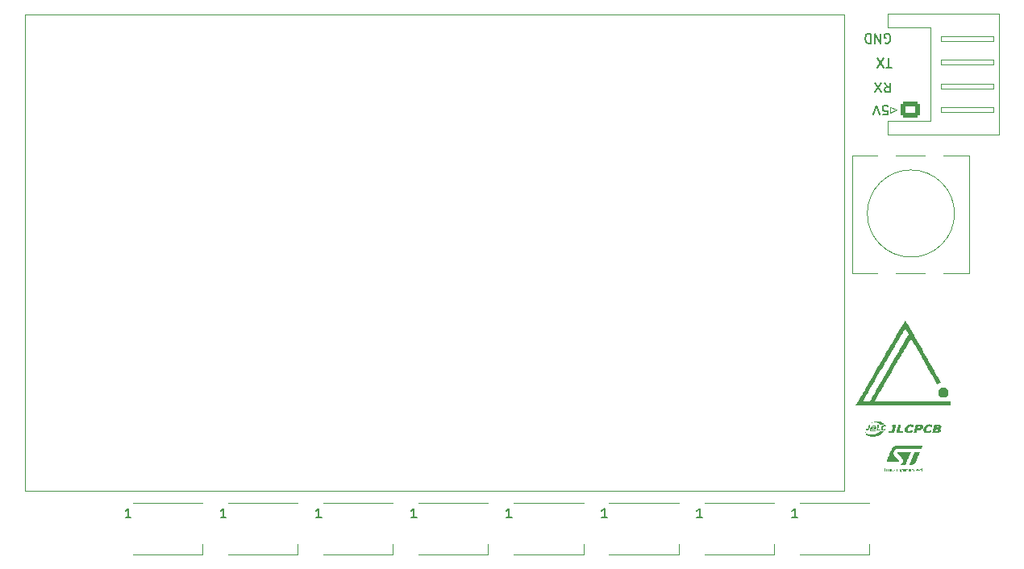
<source format=gbr>
%TF.GenerationSoftware,KiCad,Pcbnew,7.0.9*%
%TF.CreationDate,2025-01-19T18:06:07+09:00*%
%TF.ProjectId,06-UI,30362d55-492e-46b6-9963-61645f706362,rev?*%
%TF.SameCoordinates,Original*%
%TF.FileFunction,Legend,Top*%
%TF.FilePolarity,Positive*%
%FSLAX46Y46*%
G04 Gerber Fmt 4.6, Leading zero omitted, Abs format (unit mm)*
G04 Created by KiCad (PCBNEW 7.0.9) date 2025-01-19 18:06:07*
%MOMM*%
%LPD*%
G01*
G04 APERTURE LIST*
G04 Aperture macros list*
%AMRoundRect*
0 Rectangle with rounded corners*
0 $1 Rounding radius*
0 $2 $3 $4 $5 $6 $7 $8 $9 X,Y pos of 4 corners*
0 Add a 4 corners polygon primitive as box body*
4,1,4,$2,$3,$4,$5,$6,$7,$8,$9,$2,$3,0*
0 Add four circle primitives for the rounded corners*
1,1,$1+$1,$2,$3*
1,1,$1+$1,$4,$5*
1,1,$1+$1,$6,$7*
1,1,$1+$1,$8,$9*
0 Add four rect primitives between the rounded corners*
20,1,$1+$1,$2,$3,$4,$5,0*
20,1,$1+$1,$4,$5,$6,$7,0*
20,1,$1+$1,$6,$7,$8,$9,0*
20,1,$1+$1,$8,$9,$2,$3,0*%
G04 Aperture macros list end*
%ADD10C,0.200000*%
%ADD11C,0.150000*%
%ADD12C,0.120000*%
%ADD13C,0.100000*%
%ADD14O,1.950000X1.700000*%
%ADD15RoundRect,0.250000X0.725000X-0.600000X0.725000X0.600000X-0.725000X0.600000X-0.725000X-0.600000X0*%
%ADD16C,1.700000*%
%ADD17O,1.850000X3.048000*%
%ADD18O,1.600000X1.600000*%
%ADD19C,1.600000*%
%ADD20C,3.200000*%
%ADD21R,1.500000X0.900000*%
G04 APERTURE END LIST*
D10*
X140997183Y-58536780D02*
X140425755Y-58536780D01*
X140711469Y-57536780D02*
X140711469Y-58536780D01*
X140187659Y-58536780D02*
X139520993Y-57536780D01*
X139520993Y-58536780D02*
X140187659Y-57536780D01*
X140282898Y-60152980D02*
X140616231Y-60629171D01*
X140854326Y-60152980D02*
X140854326Y-61152980D01*
X140854326Y-61152980D02*
X140473374Y-61152980D01*
X140473374Y-61152980D02*
X140378136Y-61105361D01*
X140378136Y-61105361D02*
X140330517Y-61057742D01*
X140330517Y-61057742D02*
X140282898Y-60962504D01*
X140282898Y-60962504D02*
X140282898Y-60819647D01*
X140282898Y-60819647D02*
X140330517Y-60724409D01*
X140330517Y-60724409D02*
X140378136Y-60676790D01*
X140378136Y-60676790D02*
X140473374Y-60629171D01*
X140473374Y-60629171D02*
X140854326Y-60629171D01*
X139949564Y-61152980D02*
X139282898Y-60152980D01*
X139282898Y-61152980D02*
X139949564Y-60152980D01*
X140330517Y-55949161D02*
X140425755Y-55996780D01*
X140425755Y-55996780D02*
X140568612Y-55996780D01*
X140568612Y-55996780D02*
X140711469Y-55949161D01*
X140711469Y-55949161D02*
X140806707Y-55853923D01*
X140806707Y-55853923D02*
X140854326Y-55758685D01*
X140854326Y-55758685D02*
X140901945Y-55568209D01*
X140901945Y-55568209D02*
X140901945Y-55425352D01*
X140901945Y-55425352D02*
X140854326Y-55234876D01*
X140854326Y-55234876D02*
X140806707Y-55139638D01*
X140806707Y-55139638D02*
X140711469Y-55044400D01*
X140711469Y-55044400D02*
X140568612Y-54996780D01*
X140568612Y-54996780D02*
X140473374Y-54996780D01*
X140473374Y-54996780D02*
X140330517Y-55044400D01*
X140330517Y-55044400D02*
X140282898Y-55092019D01*
X140282898Y-55092019D02*
X140282898Y-55425352D01*
X140282898Y-55425352D02*
X140473374Y-55425352D01*
X139854326Y-54996780D02*
X139854326Y-55996780D01*
X139854326Y-55996780D02*
X139282898Y-54996780D01*
X139282898Y-54996780D02*
X139282898Y-55996780D01*
X138806707Y-54996780D02*
X138806707Y-55996780D01*
X138806707Y-55996780D02*
X138568612Y-55996780D01*
X138568612Y-55996780D02*
X138425755Y-55949161D01*
X138425755Y-55949161D02*
X138330517Y-55853923D01*
X138330517Y-55853923D02*
X138282898Y-55758685D01*
X138282898Y-55758685D02*
X138235279Y-55568209D01*
X138235279Y-55568209D02*
X138235279Y-55425352D01*
X138235279Y-55425352D02*
X138282898Y-55234876D01*
X138282898Y-55234876D02*
X138330517Y-55139638D01*
X138330517Y-55139638D02*
X138425755Y-55044400D01*
X138425755Y-55044400D02*
X138568612Y-54996780D01*
X138568612Y-54996780D02*
X138806707Y-54996780D01*
X140124136Y-63522380D02*
X140600326Y-63522380D01*
X140600326Y-63522380D02*
X140647945Y-63046190D01*
X140647945Y-63046190D02*
X140600326Y-63093809D01*
X140600326Y-63093809D02*
X140505088Y-63141428D01*
X140505088Y-63141428D02*
X140266993Y-63141428D01*
X140266993Y-63141428D02*
X140171755Y-63093809D01*
X140171755Y-63093809D02*
X140124136Y-63046190D01*
X140124136Y-63046190D02*
X140076517Y-62950952D01*
X140076517Y-62950952D02*
X140076517Y-62712857D01*
X140076517Y-62712857D02*
X140124136Y-62617619D01*
X140124136Y-62617619D02*
X140171755Y-62570000D01*
X140171755Y-62570000D02*
X140266993Y-62522380D01*
X140266993Y-62522380D02*
X140505088Y-62522380D01*
X140505088Y-62522380D02*
X140600326Y-62570000D01*
X140600326Y-62570000D02*
X140647945Y-62617619D01*
X139790802Y-63522380D02*
X139457469Y-62522380D01*
X139457469Y-62522380D02*
X139124136Y-63522380D01*
D11*
X131135714Y-105854819D02*
X130564286Y-105854819D01*
X130850000Y-105854819D02*
X130850000Y-104854819D01*
X130850000Y-104854819D02*
X130754762Y-104997676D01*
X130754762Y-104997676D02*
X130659524Y-105092914D01*
X130659524Y-105092914D02*
X130564286Y-105140533D01*
X121135714Y-105854819D02*
X120564286Y-105854819D01*
X120850000Y-105854819D02*
X120850000Y-104854819D01*
X120850000Y-104854819D02*
X120754762Y-104997676D01*
X120754762Y-104997676D02*
X120659524Y-105092914D01*
X120659524Y-105092914D02*
X120564286Y-105140533D01*
X111135714Y-105854819D02*
X110564286Y-105854819D01*
X110850000Y-105854819D02*
X110850000Y-104854819D01*
X110850000Y-104854819D02*
X110754762Y-104997676D01*
X110754762Y-104997676D02*
X110659524Y-105092914D01*
X110659524Y-105092914D02*
X110564286Y-105140533D01*
X101135714Y-105854819D02*
X100564286Y-105854819D01*
X100850000Y-105854819D02*
X100850000Y-104854819D01*
X100850000Y-104854819D02*
X100754762Y-104997676D01*
X100754762Y-104997676D02*
X100659524Y-105092914D01*
X100659524Y-105092914D02*
X100564286Y-105140533D01*
X91135714Y-105854819D02*
X90564286Y-105854819D01*
X90850000Y-105854819D02*
X90850000Y-104854819D01*
X90850000Y-104854819D02*
X90754762Y-104997676D01*
X90754762Y-104997676D02*
X90659524Y-105092914D01*
X90659524Y-105092914D02*
X90564286Y-105140533D01*
X81135714Y-105854819D02*
X80564286Y-105854819D01*
X80850000Y-105854819D02*
X80850000Y-104854819D01*
X80850000Y-104854819D02*
X80754762Y-104997676D01*
X80754762Y-104997676D02*
X80659524Y-105092914D01*
X80659524Y-105092914D02*
X80564286Y-105140533D01*
X71135714Y-105854819D02*
X70564286Y-105854819D01*
X70850000Y-105854819D02*
X70850000Y-104854819D01*
X70850000Y-104854819D02*
X70754762Y-104997676D01*
X70754762Y-104997676D02*
X70659524Y-105092914D01*
X70659524Y-105092914D02*
X70564286Y-105140533D01*
X61135714Y-105854819D02*
X60564286Y-105854819D01*
X60850000Y-105854819D02*
X60850000Y-104854819D01*
X60850000Y-104854819D02*
X60754762Y-104997676D01*
X60754762Y-104997676D02*
X60659524Y-105092914D01*
X60659524Y-105092914D02*
X60564286Y-105140533D01*
%TO.C,G\u002A\u002A\u002A*%
G36*
X140490032Y-100625375D02*
G01*
X140491576Y-100634452D01*
X140477857Y-100660575D01*
X140469829Y-100664898D01*
X140452368Y-100656823D01*
X140448083Y-100634452D01*
X140456099Y-100606859D01*
X140469829Y-100604007D01*
X140490032Y-100625375D01*
G37*
G36*
X141190605Y-100907068D02*
G01*
X141218561Y-100930603D01*
X141227334Y-100964069D01*
X141225186Y-100972350D01*
X141201234Y-100994186D01*
X141164695Y-100999561D01*
X141138174Y-100988197D01*
X141126380Y-100955901D01*
X141136901Y-100920947D01*
X141155760Y-100905332D01*
X141190605Y-100907068D01*
G37*
G36*
X140493598Y-100716967D02*
G01*
X140498797Y-100745460D01*
X140500228Y-100799274D01*
X140500274Y-100822751D01*
X140502328Y-100891956D01*
X140509334Y-100932924D01*
X140522558Y-100952019D01*
X140526370Y-100953894D01*
X140551565Y-100970880D01*
X140546161Y-100986882D01*
X140514201Y-100997635D01*
X140482877Y-100999795D01*
X140434490Y-100995486D01*
X140414551Y-100981201D01*
X140413288Y-100973699D01*
X140427214Y-100950634D01*
X140439384Y-100947603D01*
X140455121Y-100939013D01*
X140463224Y-100908870D01*
X140465480Y-100851918D01*
X140463349Y-100794958D01*
X140455587Y-100765467D01*
X140440138Y-100756306D01*
X140437934Y-100756233D01*
X140417500Y-100748075D01*
X140420706Y-100730331D01*
X140442496Y-100713094D01*
X140462493Y-100707181D01*
X140482280Y-100706604D01*
X140493598Y-100716967D01*
G37*
G36*
X141917986Y-100720364D02*
G01*
X141924009Y-100765120D01*
X141926759Y-100831992D01*
X141926850Y-100848182D01*
X141926850Y-100992323D01*
X141833996Y-100996208D01*
X141771722Y-100995324D01*
X141732810Y-100984553D01*
X141712216Y-100968129D01*
X141698520Y-100938282D01*
X141688658Y-100889575D01*
X141683067Y-100831990D01*
X141682181Y-100775504D01*
X141686437Y-100730099D01*
X141696270Y-100705754D01*
X141700685Y-100704041D01*
X141710296Y-100719754D01*
X141716615Y-100760211D01*
X141718083Y-100797799D01*
X141726041Y-100876352D01*
X141748434Y-100930926D01*
X141783042Y-100958058D01*
X141820193Y-100957023D01*
X141860896Y-100926207D01*
X141884847Y-100864964D01*
X141892055Y-100781197D01*
X141895558Y-100734902D01*
X141904408Y-100707369D01*
X141909452Y-100704041D01*
X141917986Y-100720364D01*
G37*
G36*
X143284637Y-100711160D02*
G01*
X143331252Y-100731589D01*
X143358214Y-100773818D01*
X143369643Y-100842558D01*
X143370822Y-100886713D01*
X143367865Y-100955579D01*
X143360428Y-100991350D01*
X143350661Y-100993668D01*
X143340717Y-100962175D01*
X143332745Y-100896516D01*
X143332490Y-100893073D01*
X143323809Y-100823334D01*
X143308654Y-100780738D01*
X143292280Y-100762594D01*
X143256912Y-100742135D01*
X143229017Y-100746230D01*
X143196850Y-100773630D01*
X143174350Y-100807156D01*
X143163848Y-100856144D01*
X143162055Y-100904110D01*
X143159195Y-100956510D01*
X143151818Y-100991265D01*
X143144658Y-100999795D01*
X143136124Y-100983473D01*
X143130101Y-100938720D01*
X143127351Y-100871855D01*
X143127261Y-100855701D01*
X143127261Y-100711608D01*
X143214246Y-100707823D01*
X143284637Y-100711160D01*
G37*
G36*
X140303049Y-100618223D02*
G01*
X140315773Y-100626097D01*
X140322726Y-100647230D01*
X140325651Y-100688179D01*
X140326293Y-100755496D01*
X140326302Y-100780468D01*
X140327380Y-100860082D01*
X140331272Y-100911248D01*
X140338963Y-100940263D01*
X140351437Y-100953427D01*
X140353500Y-100954318D01*
X140373202Y-100969851D01*
X140364157Y-100985678D01*
X140332046Y-100997042D01*
X140299179Y-100999795D01*
X140254552Y-100993933D01*
X140239367Y-100975333D01*
X140239316Y-100973699D01*
X140253241Y-100950634D01*
X140265411Y-100947603D01*
X140278458Y-100941290D01*
X140286443Y-100918308D01*
X140290436Y-100872598D01*
X140291507Y-100799726D01*
X140290393Y-100725796D01*
X140286338Y-100680548D01*
X140278271Y-100657920D01*
X140265411Y-100651850D01*
X140242260Y-100642456D01*
X140239316Y-100634452D01*
X140254204Y-100621374D01*
X140282809Y-100617055D01*
X140303049Y-100618223D01*
G37*
G36*
X143505681Y-100631943D02*
G01*
X143510000Y-100660548D01*
X143518155Y-100694654D01*
X143544795Y-100704041D01*
X143573131Y-100714919D01*
X143579589Y-100730137D01*
X143565085Y-100751390D01*
X143544795Y-100756233D01*
X143526509Y-100759519D01*
X143516034Y-100774335D01*
X143511243Y-100808123D01*
X143510010Y-100868320D01*
X143510000Y-100878014D01*
X143507702Y-100940485D01*
X143501541Y-100983651D01*
X143492620Y-100999795D01*
X143492603Y-100999795D01*
X143483641Y-100983729D01*
X143477461Y-100940779D01*
X143475206Y-100880043D01*
X143474097Y-100816043D01*
X143469230Y-100778626D01*
X143458293Y-100759611D01*
X143438972Y-100750816D01*
X143438661Y-100750735D01*
X143415187Y-100734575D01*
X143419088Y-100714717D01*
X143447184Y-100704104D01*
X143450137Y-100704041D01*
X143470021Y-100688886D01*
X143475206Y-100660548D01*
X143481161Y-100627853D01*
X143492603Y-100617055D01*
X143505681Y-100631943D01*
G37*
G36*
X140714196Y-100615250D02*
G01*
X140720933Y-100636960D01*
X140699408Y-100661576D01*
X140678455Y-100684930D01*
X140687295Y-100697885D01*
X140705143Y-100717008D01*
X140707751Y-100742116D01*
X140693845Y-100756104D01*
X140691644Y-100756233D01*
X140682117Y-100771963D01*
X140675798Y-100812540D01*
X140674247Y-100851918D01*
X140677107Y-100904318D01*
X140684485Y-100939074D01*
X140691644Y-100947603D01*
X140707079Y-100961694D01*
X140709042Y-100973699D01*
X140695838Y-100993000D01*
X140653697Y-100999748D01*
X140648151Y-100999795D01*
X140603116Y-100994136D01*
X140587371Y-100976076D01*
X140587261Y-100973699D01*
X140596655Y-100950547D01*
X140604658Y-100947603D01*
X140614185Y-100931873D01*
X140620504Y-100891297D01*
X140622055Y-100851918D01*
X140619195Y-100799518D01*
X140611818Y-100764763D01*
X140604658Y-100756233D01*
X140588561Y-100744561D01*
X140594251Y-100716007D01*
X140609007Y-100693362D01*
X140653036Y-100641778D01*
X140682190Y-100614661D01*
X140701730Y-100608103D01*
X140714196Y-100615250D01*
G37*
G36*
X142772707Y-98967671D02*
G01*
X142865368Y-98968945D01*
X142933899Y-98971098D01*
X142980966Y-98974197D01*
X143009233Y-98978309D01*
X143021365Y-98983500D01*
X143022299Y-98985865D01*
X143015700Y-99006266D01*
X142997117Y-99055223D01*
X142967977Y-99129186D01*
X142929705Y-99224605D01*
X142883730Y-99337930D01*
X142831478Y-99465612D01*
X142774376Y-99604099D01*
X142754735Y-99651507D01*
X142487751Y-100295206D01*
X142195391Y-100299990D01*
X141903030Y-100304775D01*
X141974038Y-100253337D01*
X142074309Y-100162292D01*
X142142740Y-100057313D01*
X142179564Y-99937964D01*
X142186663Y-99851576D01*
X142184442Y-99792855D01*
X142175384Y-99740150D01*
X142156649Y-99689184D01*
X142125400Y-99635678D01*
X142078798Y-99575356D01*
X142014004Y-99503940D01*
X141928181Y-99417153D01*
X141844123Y-99335370D01*
X141570206Y-99071425D01*
X141596964Y-99022219D01*
X141623723Y-98973014D01*
X142323300Y-98968467D01*
X142504338Y-98967499D01*
X142653252Y-98967211D01*
X142772707Y-98967671D01*
G37*
G36*
X140922795Y-100711128D02*
G01*
X140991514Y-100740081D01*
X141036143Y-100793881D01*
X141049077Y-100830172D01*
X141060759Y-100878014D01*
X140937092Y-100878014D01*
X140864635Y-100880622D01*
X140825249Y-100889192D01*
X140817549Y-100904846D01*
X140840151Y-100928704D01*
X140858556Y-100941577D01*
X140890537Y-100959553D01*
X140916876Y-100960518D01*
X140953846Y-100944099D01*
X140963044Y-100939183D01*
X141008970Y-100919008D01*
X141031089Y-100918759D01*
X141026764Y-100936834D01*
X141002665Y-100963251D01*
X140945734Y-100994709D01*
X140881298Y-100997359D01*
X140820831Y-100971557D01*
X140803936Y-100957092D01*
X140767056Y-100899820D01*
X140763736Y-100838118D01*
X140777115Y-100810444D01*
X140817916Y-100810444D01*
X140847896Y-100821776D01*
X140908564Y-100825822D01*
X140963433Y-100824139D01*
X140990131Y-100817748D01*
X140995177Y-100804639D01*
X140993631Y-100799576D01*
X140966830Y-100772787D01*
X140921004Y-100760551D01*
X140869892Y-100765710D01*
X140855635Y-100771049D01*
X140820083Y-100793108D01*
X140817916Y-100810444D01*
X140777115Y-100810444D01*
X140793778Y-100775979D01*
X140814122Y-100752860D01*
X140853553Y-100718953D01*
X140887662Y-100707566D01*
X140922795Y-100711128D01*
G37*
G36*
X141597545Y-100718873D02*
G01*
X141608410Y-100762934D01*
X141613483Y-100831731D01*
X141613699Y-100851918D01*
X141610193Y-100927387D01*
X141600438Y-100977472D01*
X141585573Y-100999297D01*
X141566741Y-100989989D01*
X141561737Y-100982769D01*
X141545737Y-100971199D01*
X141536559Y-100980540D01*
X141512891Y-100992984D01*
X141469299Y-100999510D01*
X141457643Y-100999795D01*
X141404416Y-100992902D01*
X141364032Y-100966425D01*
X141345588Y-100946268D01*
X141308501Y-100884771D01*
X141306518Y-100844823D01*
X141353206Y-100844823D01*
X141365429Y-100895534D01*
X141396518Y-100938738D01*
X141440270Y-100963056D01*
X141457124Y-100965000D01*
X141494996Y-100953193D01*
X141526713Y-100930206D01*
X141558800Y-100878507D01*
X141558316Y-100825694D01*
X141526512Y-100778830D01*
X141496268Y-100758226D01*
X141446945Y-100749871D01*
X141396630Y-100768077D01*
X141366055Y-100797981D01*
X141353206Y-100844823D01*
X141306518Y-100844823D01*
X141305639Y-100827102D01*
X141337091Y-100770358D01*
X141351402Y-100754895D01*
X141409412Y-100715458D01*
X141471549Y-100703889D01*
X141526254Y-100720787D01*
X141554573Y-100726429D01*
X141563452Y-100718291D01*
X141582142Y-100702881D01*
X141597545Y-100718873D01*
G37*
G36*
X142981400Y-100717749D02*
G01*
X143032377Y-100752799D01*
X143066607Y-100800085D01*
X143075069Y-100836893D01*
X143073000Y-100858293D01*
X143061779Y-100870594D01*
X143033883Y-100876307D01*
X142981790Y-100877940D01*
X142951838Y-100878014D01*
X142880001Y-100881099D01*
X142841860Y-100890782D01*
X142836827Y-100907701D01*
X142864319Y-100932498D01*
X142888545Y-100947189D01*
X142921227Y-100962032D01*
X142947921Y-100958973D01*
X142984247Y-100935782D01*
X142988051Y-100932980D01*
X143032516Y-100905970D01*
X143059868Y-100899935D01*
X143065700Y-100913021D01*
X143045604Y-100943376D01*
X143036222Y-100953237D01*
X142976435Y-100991825D01*
X142910544Y-101000071D01*
X142847639Y-100977811D01*
X142822018Y-100957092D01*
X142786494Y-100900905D01*
X142779152Y-100839437D01*
X142787791Y-100810555D01*
X142831507Y-100810555D01*
X142847240Y-100818917D01*
X142887823Y-100824462D01*
X142927192Y-100825822D01*
X142979597Y-100823312D01*
X143014352Y-100816837D01*
X143022877Y-100810555D01*
X143007735Y-100783028D01*
X142971101Y-100760777D01*
X142927192Y-100751884D01*
X142882299Y-100761169D01*
X142846011Y-100783631D01*
X142831507Y-100810555D01*
X142787791Y-100810555D01*
X142796604Y-100781094D01*
X142835462Y-100734279D01*
X142892337Y-100707399D01*
X142924029Y-100704041D01*
X142981400Y-100717749D01*
G37*
G36*
X144226535Y-100622672D02*
G01*
X144234295Y-100643276D01*
X144238676Y-100684496D01*
X144240489Y-100751961D01*
X144240685Y-100798700D01*
X144238806Y-100889722D01*
X144233395Y-100954042D01*
X144224797Y-100988229D01*
X144221343Y-100992298D01*
X144196614Y-100991975D01*
X144190439Y-100985545D01*
X144168038Y-100976501D01*
X144153240Y-100983050D01*
X144094686Y-101001209D01*
X144032485Y-100990162D01*
X143977809Y-100952182D01*
X143972574Y-100946268D01*
X143935487Y-100884771D01*
X143934718Y-100869261D01*
X143980954Y-100869261D01*
X144003982Y-100918426D01*
X144014521Y-100930206D01*
X144052394Y-100956271D01*
X144084110Y-100965000D01*
X144121983Y-100953193D01*
X144153699Y-100930206D01*
X144184306Y-100879474D01*
X144181866Y-100826536D01*
X144146891Y-100778371D01*
X144142267Y-100774588D01*
X144091554Y-100750942D01*
X144044543Y-100755314D01*
X144006758Y-100780977D01*
X143983720Y-100821202D01*
X143980954Y-100869261D01*
X143934718Y-100869261D01*
X143932626Y-100827102D01*
X143964078Y-100770358D01*
X143978388Y-100754895D01*
X144039653Y-100713460D01*
X144105052Y-100705482D01*
X144154843Y-100722051D01*
X144177184Y-100730292D01*
X144186597Y-100717595D01*
X144188494Y-100678558D01*
X144194037Y-100633280D01*
X144211786Y-100617210D01*
X144214589Y-100617055D01*
X144226535Y-100622672D01*
G37*
G36*
X143809319Y-100718514D02*
G01*
X143857786Y-100755401D01*
X143887862Y-100804907D01*
X143892740Y-100833730D01*
X143891053Y-100856818D01*
X143880948Y-100870054D01*
X143854858Y-100876178D01*
X143805217Y-100877925D01*
X143770347Y-100878014D01*
X143706995Y-100878651D01*
X143672097Y-100881921D01*
X143659319Y-100889865D01*
X143662327Y-100904521D01*
X143665945Y-100911630D01*
X143702315Y-100949865D01*
X143750687Y-100957194D01*
X143805774Y-100932903D01*
X143808607Y-100930848D01*
X143852269Y-100904686D01*
X143878417Y-100900049D01*
X143882600Y-100914736D01*
X143860363Y-100946543D01*
X143853893Y-100953237D01*
X143799425Y-100988260D01*
X143736940Y-100999928D01*
X143679379Y-100986579D01*
X143665068Y-100977495D01*
X143623957Y-100929143D01*
X143599731Y-100868198D01*
X143596987Y-100843025D01*
X143606486Y-100814308D01*
X143660099Y-100814308D01*
X143678175Y-100822664D01*
X143721760Y-100825644D01*
X143745409Y-100825822D01*
X143797640Y-100823013D01*
X143832197Y-100815770D01*
X143840548Y-100808826D01*
X143827444Y-100787830D01*
X143799403Y-100764871D01*
X143751432Y-100749680D01*
X143702591Y-100758095D01*
X143666771Y-100786759D01*
X143660796Y-100798394D01*
X143660099Y-100814308D01*
X143606486Y-100814308D01*
X143612004Y-100797626D01*
X143649862Y-100752924D01*
X143699766Y-100718534D01*
X143750923Y-100704070D01*
X143753015Y-100704041D01*
X143809319Y-100718514D01*
G37*
G36*
X143792925Y-98963934D02*
G01*
X143866060Y-98966613D01*
X143922930Y-98971227D01*
X143956419Y-98977820D01*
X143962329Y-98982704D01*
X143955907Y-99002663D01*
X143937679Y-99050845D01*
X143909202Y-99123346D01*
X143872034Y-99216265D01*
X143827733Y-99325697D01*
X143777855Y-99447739D01*
X143741909Y-99535067D01*
X143681449Y-99681188D01*
X143632222Y-99798889D01*
X143592335Y-99891973D01*
X143559893Y-99964243D01*
X143533003Y-100019502D01*
X143509772Y-100061553D01*
X143488306Y-100094200D01*
X143466712Y-100121246D01*
X143443095Y-100146494D01*
X143431933Y-100157660D01*
X143353549Y-100224271D01*
X143271727Y-100268596D01*
X143177404Y-100293929D01*
X143061519Y-100303563D01*
X143029503Y-100303904D01*
X142962437Y-100302431D01*
X142909952Y-100298509D01*
X142880759Y-100292889D01*
X142877761Y-100290856D01*
X142882756Y-100273155D01*
X142899481Y-100227522D01*
X142926235Y-100158124D01*
X142961314Y-100069128D01*
X143003017Y-99964699D01*
X143049640Y-99849004D01*
X143099481Y-99726208D01*
X143150837Y-99600477D01*
X143202007Y-99475977D01*
X143251286Y-99356876D01*
X143296974Y-99247337D01*
X143337367Y-99151529D01*
X143370763Y-99073615D01*
X143395459Y-99017764D01*
X143409753Y-98988140D01*
X143410993Y-98986062D01*
X143432301Y-98978043D01*
X143480034Y-98971698D01*
X143547079Y-98967072D01*
X143626319Y-98964206D01*
X143710640Y-98963146D01*
X143792925Y-98963934D01*
G37*
G36*
X142649751Y-100709589D02*
G01*
X142696649Y-100737238D01*
X142709233Y-100750858D01*
X142732033Y-100789044D01*
X142741377Y-100835147D01*
X142740941Y-100893011D01*
X142733131Y-100959335D01*
X142720862Y-100993732D01*
X142707637Y-100995835D01*
X142696961Y-100965278D01*
X142692339Y-100901694D01*
X142692329Y-100898104D01*
X142687521Y-100822135D01*
X142672570Y-100775864D01*
X142664991Y-100766174D01*
X142639036Y-100743649D01*
X142616838Y-100742454D01*
X142586802Y-100756845D01*
X142567955Y-100772851D01*
X142557640Y-100801235D01*
X142553565Y-100850881D01*
X142553151Y-100887325D01*
X142551392Y-100950559D01*
X142545112Y-100985626D01*
X142532801Y-100999022D01*
X142527055Y-100999795D01*
X142512383Y-100992215D01*
X142504247Y-100965146D01*
X142501139Y-100912090D01*
X142500959Y-100887325D01*
X142499188Y-100823387D01*
X142492347Y-100785249D01*
X142478146Y-100764028D01*
X142467309Y-100756845D01*
X142433730Y-100741423D01*
X142412102Y-100745457D01*
X142389120Y-100766174D01*
X142370300Y-100803958D01*
X142362218Y-100870719D01*
X142361781Y-100896654D01*
X142359112Y-100951746D01*
X142352154Y-100989042D01*
X142344384Y-100999795D01*
X142335852Y-100983472D01*
X142329829Y-100938714D01*
X142327078Y-100871835D01*
X142326987Y-100855615D01*
X142326987Y-100711435D01*
X142399243Y-100708554D01*
X142453818Y-100711001D01*
X142498320Y-100720685D01*
X142505494Y-100723866D01*
X142541571Y-100732692D01*
X142558498Y-100723050D01*
X142599443Y-100704074D01*
X142649751Y-100709589D01*
G37*
G36*
X142255819Y-100720460D02*
G01*
X142266735Y-100757255D01*
X142273590Y-100809114D01*
X142275698Y-100869479D01*
X142272375Y-100931793D01*
X142262933Y-100989498D01*
X142255568Y-101014963D01*
X142220664Y-101070215D01*
X142168456Y-101100606D01*
X142107453Y-101104609D01*
X142046160Y-101080697D01*
X142017889Y-101057621D01*
X141992045Y-101022028D01*
X141993737Y-101002231D01*
X142017164Y-101004062D01*
X142049061Y-101026280D01*
X142095942Y-101051009D01*
X142147943Y-101053591D01*
X142190943Y-101034172D01*
X142199500Y-101024740D01*
X142220124Y-100988918D01*
X142216470Y-100973601D01*
X142189237Y-100981633D01*
X142188952Y-100981785D01*
X142126249Y-100999852D01*
X142068526Y-100990175D01*
X142020360Y-100959165D01*
X141986328Y-100913229D01*
X141973694Y-100868320D01*
X142016850Y-100868320D01*
X142038550Y-100916822D01*
X142069999Y-100943598D01*
X142119430Y-100961413D01*
X142156098Y-100955390D01*
X142188863Y-100929152D01*
X142216684Y-100880414D01*
X142213129Y-100827435D01*
X142179310Y-100778426D01*
X142167058Y-100768348D01*
X142132903Y-100745964D01*
X142108039Y-100744601D01*
X142074790Y-100763290D01*
X142074787Y-100763292D01*
X142039289Y-100792278D01*
X142019723Y-100818176D01*
X142016850Y-100868320D01*
X141973694Y-100868320D01*
X141971009Y-100858775D01*
X141978979Y-100802213D01*
X142014816Y-100749952D01*
X142020025Y-100745280D01*
X142077828Y-100712870D01*
X142139786Y-100705377D01*
X142187349Y-100720787D01*
X142215669Y-100726429D01*
X142224548Y-100718291D01*
X142241529Y-100705286D01*
X142255819Y-100720460D01*
G37*
G36*
X143019264Y-98304021D02*
G01*
X143228349Y-98304361D01*
X143424694Y-98304981D01*
X143605702Y-98305857D01*
X143768778Y-98306968D01*
X143911326Y-98308291D01*
X144030748Y-98309805D01*
X144124450Y-98311486D01*
X144189835Y-98313313D01*
X144224307Y-98315263D01*
X144229134Y-98316267D01*
X144226943Y-98337796D01*
X144213987Y-98381112D01*
X144194066Y-98436405D01*
X144170983Y-98493864D01*
X144148539Y-98543678D01*
X144130534Y-98576035D01*
X144126645Y-98580794D01*
X144105660Y-98584410D01*
X144050772Y-98587774D01*
X143962871Y-98590870D01*
X143842849Y-98593684D01*
X143691596Y-98596201D01*
X143510002Y-98598406D01*
X143298958Y-98600283D01*
X143059356Y-98601818D01*
X142822376Y-98602885D01*
X142580192Y-98603797D01*
X142370337Y-98604658D01*
X142190346Y-98605546D01*
X142037755Y-98606538D01*
X141910098Y-98607712D01*
X141804911Y-98609147D01*
X141719729Y-98610919D01*
X141652086Y-98613108D01*
X141599517Y-98615790D01*
X141559559Y-98619044D01*
X141529745Y-98622947D01*
X141507611Y-98627578D01*
X141490692Y-98633014D01*
X141476522Y-98639333D01*
X141464175Y-98645790D01*
X141382019Y-98704469D01*
X141308189Y-98783579D01*
X141255053Y-98869685D01*
X141252241Y-98876064D01*
X141231123Y-98956160D01*
X141224872Y-99052755D01*
X141233423Y-99150920D01*
X141253765Y-99228386D01*
X141269809Y-99261864D01*
X141295043Y-99299450D01*
X141332853Y-99344945D01*
X141386625Y-99402150D01*
X141459746Y-99474867D01*
X141553775Y-99565161D01*
X141650119Y-99657716D01*
X141722728Y-99730400D01*
X141773878Y-99786451D01*
X141805847Y-99829109D01*
X141820911Y-99861611D01*
X141821345Y-99887196D01*
X141809428Y-99909103D01*
X141801589Y-99917685D01*
X141786064Y-99923450D01*
X141750563Y-99928167D01*
X141692759Y-99931907D01*
X141610326Y-99934740D01*
X141500938Y-99936740D01*
X141362268Y-99937976D01*
X141191990Y-99938521D01*
X141121067Y-99938562D01*
X140952089Y-99938482D01*
X140814713Y-99938144D01*
X140705745Y-99937397D01*
X140621993Y-99936092D01*
X140560265Y-99934080D01*
X140517367Y-99931212D01*
X140490107Y-99927338D01*
X140475292Y-99922309D01*
X140469730Y-99915976D01*
X140470227Y-99908189D01*
X140470248Y-99908117D01*
X140482078Y-99874788D01*
X140505651Y-99814608D01*
X140539168Y-99731805D01*
X140580834Y-99630606D01*
X140628854Y-99515241D01*
X140681429Y-99389936D01*
X140736766Y-99258919D01*
X140793066Y-99126418D01*
X140848535Y-98996661D01*
X140901376Y-98873875D01*
X140949792Y-98762289D01*
X140991989Y-98666130D01*
X141026168Y-98589626D01*
X141050535Y-98537005D01*
X141062985Y-98512947D01*
X141122734Y-98445125D01*
X141204300Y-98382711D01*
X141294936Y-98335127D01*
X141312691Y-98328340D01*
X141330779Y-98323939D01*
X141360165Y-98320084D01*
X141402941Y-98316741D01*
X141461200Y-98313875D01*
X141537033Y-98311452D01*
X141632532Y-98309438D01*
X141749790Y-98307799D01*
X141890899Y-98306500D01*
X142057949Y-98305507D01*
X142253034Y-98304786D01*
X142478245Y-98304303D01*
X142735675Y-98304023D01*
X142800035Y-98303983D01*
X143019264Y-98304021D01*
G37*
G36*
X139716161Y-95716662D02*
G01*
X139814465Y-95738836D01*
X139911604Y-95775245D01*
X139947692Y-95791963D01*
X139993055Y-95818581D01*
X140046049Y-95856747D01*
X140100900Y-95901339D01*
X140151834Y-95947238D01*
X140193079Y-95989324D01*
X140218860Y-96022478D01*
X140224615Y-96037531D01*
X140218294Y-96046097D01*
X140196678Y-96052057D01*
X140155786Y-96055798D01*
X140091639Y-96057708D01*
X140012488Y-96058182D01*
X139800361Y-96058182D01*
X139743536Y-95990159D01*
X139676552Y-95924731D01*
X139598247Y-95878002D01*
X139503421Y-95847870D01*
X139386873Y-95832227D01*
X139348205Y-95830097D01*
X139206992Y-95830418D01*
X139074025Y-95844778D01*
X138936249Y-95874969D01*
X138859454Y-95897184D01*
X138799037Y-95914661D01*
X138766987Y-95921173D01*
X138763038Y-95917019D01*
X138786919Y-95902500D01*
X138838364Y-95877915D01*
X138901538Y-95850192D01*
X139042856Y-95793924D01*
X139168954Y-95753724D01*
X139289288Y-95727266D01*
X139413312Y-95712227D01*
X139478461Y-95708314D01*
X139607292Y-95707046D01*
X139716161Y-95716662D01*
G37*
G36*
X138692881Y-96104361D02*
G01*
X138694882Y-96104364D01*
X138742026Y-96108140D01*
X138761984Y-96120026D01*
X138763076Y-96125338D01*
X138759364Y-96161486D01*
X138749398Y-96218394D01*
X138734937Y-96288543D01*
X138717741Y-96364411D01*
X138699568Y-96438482D01*
X138682176Y-96503235D01*
X138667324Y-96551151D01*
X138658589Y-96572078D01*
X138609221Y-96627862D01*
X138541318Y-96664700D01*
X138462677Y-96679572D01*
X138396687Y-96673493D01*
X138357419Y-96658201D01*
X138316911Y-96633019D01*
X138284826Y-96605091D01*
X138270823Y-96581558D01*
X138270769Y-96580404D01*
X138282515Y-96565690D01*
X138311553Y-96543516D01*
X138319486Y-96538341D01*
X138368203Y-96507477D01*
X138410037Y-96538425D01*
X138456925Y-96559271D01*
X138499674Y-96553532D01*
X138531150Y-96522164D01*
X138539721Y-96496751D01*
X138551956Y-96448455D01*
X138566085Y-96384700D01*
X138577681Y-96326934D01*
X138594168Y-96240782D01*
X138606692Y-96180256D01*
X138617625Y-96140850D01*
X138629339Y-96118061D01*
X138644205Y-96107386D01*
X138664595Y-96104321D01*
X138692881Y-96104361D01*
G37*
G36*
X139647407Y-96104922D02*
G01*
X139668534Y-96109424D01*
X139680817Y-96122108D01*
X139684772Y-96147215D01*
X139680913Y-96188984D01*
X139669756Y-96251654D01*
X139651815Y-96339467D01*
X139647814Y-96358707D01*
X139633104Y-96429699D01*
X139620985Y-96488666D01*
X139612668Y-96529679D01*
X139609364Y-96546808D01*
X139609352Y-96546940D01*
X139623424Y-96548776D01*
X139660770Y-96550136D01*
X139713896Y-96550770D01*
X139725098Y-96550788D01*
X139792084Y-96552808D01*
X139832492Y-96560772D01*
X139850360Y-96577536D01*
X139849723Y-96605957D01*
X139841008Y-96632800D01*
X139825376Y-96673940D01*
X139641288Y-96673940D01*
X139569128Y-96672862D01*
X139508773Y-96669930D01*
X139466546Y-96665589D01*
X139448773Y-96660295D01*
X139448951Y-96641453D01*
X139454661Y-96597618D01*
X139465072Y-96533924D01*
X139479355Y-96455500D01*
X139494018Y-96380598D01*
X139511366Y-96294334D01*
X139526378Y-96219158D01*
X139538079Y-96160003D01*
X139545491Y-96121802D01*
X139547692Y-96109454D01*
X139561456Y-96106417D01*
X139596279Y-96104596D01*
X139616923Y-96104364D01*
X139647407Y-96104922D01*
G37*
G36*
X140327922Y-96097672D02*
G01*
X140398554Y-96125057D01*
X140416871Y-96137862D01*
X140457447Y-96169798D01*
X140415144Y-96213979D01*
X140386294Y-96241477D01*
X140366200Y-96248745D01*
X140343537Y-96238877D01*
X140337731Y-96235141D01*
X140279689Y-96213788D01*
X140218358Y-96219056D01*
X140160583Y-96248494D01*
X140113213Y-96299652D01*
X140101689Y-96319583D01*
X140074906Y-96394894D01*
X140073968Y-96462184D01*
X140098741Y-96517372D01*
X140108531Y-96528397D01*
X140155931Y-96559704D01*
X140209246Y-96562388D01*
X140260989Y-96542996D01*
X140303562Y-96524127D01*
X140330939Y-96523571D01*
X140352954Y-96541732D01*
X140357045Y-96546940D01*
X140375422Y-96580044D01*
X140368899Y-96605457D01*
X140335231Y-96631271D01*
X140333310Y-96632413D01*
X140265309Y-96660269D01*
X140184849Y-96675415D01*
X140108666Y-96674867D01*
X140101538Y-96673768D01*
X140023931Y-96646953D01*
X139966327Y-96598624D01*
X139930412Y-96532010D01*
X139917874Y-96450335D01*
X139930401Y-96356826D01*
X139932230Y-96350031D01*
X139967406Y-96270374D01*
X140022205Y-96202554D01*
X140091142Y-96148973D01*
X140168730Y-96112031D01*
X140249485Y-96094130D01*
X140327922Y-96097672D01*
G37*
G36*
X140167792Y-96767665D02*
G01*
X140126012Y-96827102D01*
X140066671Y-96895996D01*
X139997530Y-96966309D01*
X139926346Y-97030004D01*
X139879547Y-97066283D01*
X139735679Y-97155179D01*
X139576964Y-97228917D01*
X139409556Y-97285951D01*
X139239612Y-97324735D01*
X139073287Y-97343719D01*
X138916736Y-97341358D01*
X138832307Y-97329495D01*
X138672220Y-97287064D01*
X138537385Y-97227135D01*
X138427669Y-97149607D01*
X138342937Y-97054376D01*
X138283055Y-96941340D01*
X138268746Y-96900182D01*
X138253885Y-96847728D01*
X138244970Y-96807764D01*
X138243768Y-96788327D01*
X138244076Y-96787881D01*
X138255299Y-96795492D01*
X138275883Y-96823203D01*
X138291388Y-96848163D01*
X138357030Y-96934807D01*
X138445948Y-97008342D01*
X138546963Y-97064905D01*
X138586840Y-97083305D01*
X138620432Y-97096237D01*
X138654406Y-97104653D01*
X138695430Y-97109507D01*
X138750173Y-97111754D01*
X138825302Y-97112345D01*
X138878461Y-97112310D01*
X139001665Y-97110093D01*
X139102649Y-97102730D01*
X139189770Y-97088518D01*
X139271384Y-97065751D01*
X139355848Y-97032726D01*
X139424615Y-97000915D01*
X139506168Y-96955263D01*
X139581947Y-96898110D01*
X139651840Y-96832607D01*
X139763681Y-96720121D01*
X139979633Y-96720121D01*
X140195585Y-96720121D01*
X140167792Y-96767665D01*
G37*
G36*
X141921868Y-96043289D02*
G01*
X141962441Y-96045691D01*
X141984029Y-96051338D01*
X141992522Y-96061577D01*
X141993846Y-96074197D01*
X141990311Y-96096069D01*
X141980611Y-96142129D01*
X141966097Y-96206711D01*
X141948123Y-96284151D01*
X141928043Y-96368781D01*
X141907210Y-96454937D01*
X141886977Y-96536952D01*
X141868698Y-96609161D01*
X141853725Y-96665897D01*
X141845994Y-96693182D01*
X141845038Y-96704160D01*
X141852988Y-96711685D01*
X141874461Y-96716400D01*
X141914073Y-96718946D01*
X141976442Y-96719969D01*
X142039446Y-96720121D01*
X142128049Y-96720519D01*
X142189884Y-96723461D01*
X142228950Y-96731569D01*
X142249247Y-96747466D01*
X142254776Y-96773774D01*
X142249536Y-96813115D01*
X142241049Y-96852291D01*
X142222408Y-96935637D01*
X141869183Y-96935637D01*
X141752577Y-96935331D01*
X141663308Y-96934277D01*
X141597949Y-96932270D01*
X141553072Y-96929107D01*
X141525251Y-96924581D01*
X141511058Y-96918489D01*
X141507681Y-96914057D01*
X141509667Y-96895629D01*
X141518169Y-96852024D01*
X141532071Y-96787893D01*
X141550255Y-96707884D01*
X141571602Y-96616647D01*
X141594995Y-96518830D01*
X141619317Y-96419084D01*
X141643449Y-96322056D01*
X141666274Y-96232398D01*
X141686675Y-96154756D01*
X141703532Y-96093781D01*
X141710674Y-96069728D01*
X141718852Y-96056657D01*
X141737579Y-96048569D01*
X141772910Y-96044345D01*
X141830903Y-96042865D01*
X141856421Y-96042788D01*
X141921868Y-96043289D01*
G37*
G36*
X141417597Y-96046554D02*
G01*
X141464242Y-96049286D01*
X141487221Y-96053396D01*
X141488188Y-96054060D01*
X141489052Y-96073025D01*
X141482387Y-96116349D01*
X141469528Y-96178908D01*
X141451810Y-96255578D01*
X141430571Y-96341235D01*
X141407146Y-96430757D01*
X141382871Y-96519020D01*
X141359083Y-96600899D01*
X141337117Y-96671272D01*
X141318310Y-96725015D01*
X141305631Y-96754119D01*
X141245768Y-96833444D01*
X141163124Y-96893354D01*
X141067044Y-96930291D01*
X141011444Y-96940237D01*
X140940646Y-96946667D01*
X140863839Y-96949462D01*
X140790215Y-96948505D01*
X140728961Y-96943675D01*
X140690000Y-96935157D01*
X140668326Y-96924294D01*
X140658222Y-96908971D01*
X140658583Y-96881511D01*
X140668306Y-96834237D01*
X140672784Y-96815453D01*
X140690634Y-96755441D01*
X140710769Y-96722305D01*
X140737073Y-96712177D01*
X140769106Y-96719489D01*
X140824085Y-96732102D01*
X140887483Y-96734789D01*
X140946787Y-96728003D01*
X140989481Y-96712194D01*
X140990510Y-96711490D01*
X141017755Y-96687150D01*
X141041108Y-96652672D01*
X141062871Y-96602882D01*
X141085344Y-96532608D01*
X141108324Y-96446607D01*
X141128656Y-96365270D01*
X141141056Y-96309107D01*
X141145192Y-96273455D01*
X141140733Y-96253653D01*
X141127349Y-96245042D01*
X141104707Y-96242959D01*
X141093846Y-96242909D01*
X141062576Y-96241253D01*
X141046093Y-96232210D01*
X141042633Y-96209669D01*
X141050432Y-96167519D01*
X141060510Y-96127455D01*
X141080426Y-96050485D01*
X141278195Y-96046157D01*
X141353508Y-96045433D01*
X141417597Y-96046554D01*
G37*
G36*
X143132148Y-96038140D02*
G01*
X143221374Y-96050903D01*
X143278461Y-96067513D01*
X143323456Y-96087562D01*
X143345927Y-96105095D01*
X143352692Y-96126875D01*
X143352361Y-96140830D01*
X143344747Y-96193277D01*
X143330717Y-96248713D01*
X143313171Y-96298906D01*
X143295006Y-96335623D01*
X143279121Y-96350634D01*
X143278481Y-96350667D01*
X143254216Y-96342266D01*
X143215538Y-96320671D01*
X143186361Y-96301351D01*
X143101906Y-96259135D01*
X143009755Y-96242853D01*
X142917811Y-96253075D01*
X142855600Y-96277473D01*
X142785162Y-96331917D01*
X142735282Y-96406533D01*
X142708283Y-96496695D01*
X142704779Y-96577920D01*
X142713507Y-96647234D01*
X142732391Y-96692368D01*
X142765887Y-96719399D01*
X142818453Y-96734402D01*
X142819724Y-96734620D01*
X142918728Y-96736434D01*
X143025561Y-96709319D01*
X143140911Y-96653086D01*
X143161564Y-96640524D01*
X143190857Y-96628845D01*
X143211216Y-96638982D01*
X143219139Y-96656530D01*
X143217941Y-96688576D01*
X143207100Y-96741171D01*
X143200062Y-96768886D01*
X143170769Y-96880641D01*
X143063076Y-96915060D01*
X142972277Y-96936299D01*
X142870090Y-96947706D01*
X142767031Y-96949054D01*
X142673616Y-96940116D01*
X142611153Y-96924800D01*
X142525413Y-96879530D01*
X142460211Y-96813447D01*
X142416823Y-96729747D01*
X142396526Y-96631627D01*
X142400598Y-96522284D01*
X142418280Y-96441976D01*
X142469029Y-96319603D01*
X142543795Y-96216282D01*
X142641733Y-96132930D01*
X142760730Y-96070967D01*
X142835770Y-96050312D01*
X142929350Y-96037911D01*
X143031475Y-96033831D01*
X143132148Y-96038140D01*
G37*
G36*
X143924836Y-96044489D02*
G01*
X144023973Y-96050153D01*
X144101000Y-96060624D01*
X144160167Y-96076746D01*
X144205725Y-96099363D01*
X144241925Y-96129317D01*
X144243488Y-96130941D01*
X144292350Y-96197611D01*
X144313676Y-96269210D01*
X144308768Y-96351548D01*
X144300613Y-96385724D01*
X144262943Y-96465762D01*
X144199499Y-96534443D01*
X144113789Y-96589864D01*
X144009321Y-96630120D01*
X143889606Y-96653307D01*
X143798285Y-96658363D01*
X143687339Y-96658546D01*
X143670449Y-96723970D01*
X143655004Y-96782951D01*
X143638148Y-96846152D01*
X143634765Y-96858667D01*
X143615971Y-96927940D01*
X143481580Y-96932391D01*
X143413004Y-96933501D01*
X143369743Y-96930903D01*
X143346499Y-96923957D01*
X143338857Y-96915118D01*
X143338620Y-96902276D01*
X143342789Y-96874483D01*
X143351806Y-96829896D01*
X143366111Y-96766674D01*
X143386146Y-96682975D01*
X143412353Y-96576957D01*
X143445171Y-96446777D01*
X143449187Y-96431047D01*
X143747762Y-96431047D01*
X143755871Y-96451212D01*
X143779228Y-96457190D01*
X143820118Y-96454126D01*
X143824174Y-96453649D01*
X143875829Y-96444958D01*
X143918819Y-96433358D01*
X143931867Y-96427872D01*
X143963657Y-96402425D01*
X143988336Y-96372586D01*
X144004346Y-96328036D01*
X143993432Y-96290066D01*
X143959222Y-96261622D01*
X143905346Y-96245650D01*
X143835432Y-96245097D01*
X143831807Y-96245501D01*
X143804604Y-96252351D01*
X143787273Y-96270344D01*
X143773503Y-96307613D01*
X143768136Y-96327576D01*
X143752612Y-96391550D01*
X143747762Y-96431047D01*
X143449187Y-96431047D01*
X143485043Y-96290595D01*
X143532410Y-96106568D01*
X143533973Y-96100515D01*
X143548878Y-96042788D01*
X143799339Y-96042788D01*
X143924836Y-96044489D01*
G37*
G36*
X144970769Y-96035765D02*
G01*
X145059021Y-96037201D01*
X145124372Y-96041393D01*
X145174638Y-96049289D01*
X145217634Y-96061836D01*
X145232307Y-96067459D01*
X145272731Y-96085666D01*
X145296867Y-96105004D01*
X145306250Y-96131924D01*
X145302418Y-96172879D01*
X145286907Y-96234319D01*
X145278782Y-96262617D01*
X145260376Y-96316217D01*
X145240372Y-96343374D01*
X145212881Y-96345708D01*
X145172014Y-96324834D01*
X145137891Y-96301317D01*
X145089555Y-96271121D01*
X145042123Y-96254444D01*
X144980849Y-96246385D01*
X144970499Y-96245677D01*
X144875164Y-96250623D01*
X144797892Y-96279838D01*
X144736093Y-96334773D01*
X144695333Y-96399648D01*
X144665632Y-96479048D01*
X144653462Y-96557901D01*
X144658878Y-96628796D01*
X144681933Y-96684319D01*
X144693146Y-96697730D01*
X144719160Y-96719094D01*
X144749588Y-96730581D01*
X144794708Y-96735034D01*
X144829756Y-96735515D01*
X144891157Y-96732659D01*
X144943301Y-96721663D01*
X145000279Y-96698885D01*
X145032824Y-96683029D01*
X145102437Y-96651806D01*
X145149076Y-96640021D01*
X145173545Y-96647567D01*
X145177921Y-96664041D01*
X145173722Y-96687049D01*
X145163265Y-96730119D01*
X145149466Y-96781549D01*
X145121552Y-96881461D01*
X145015391Y-96915470D01*
X144926404Y-96936280D01*
X144825626Y-96947571D01*
X144723588Y-96949118D01*
X144630821Y-96940696D01*
X144565845Y-96925082D01*
X144488905Y-96884965D01*
X144423369Y-96826466D01*
X144376926Y-96757352D01*
X144362962Y-96720121D01*
X144353905Y-96665761D01*
X144350147Y-96597971D01*
X144351445Y-96549339D01*
X144375066Y-96424272D01*
X144426266Y-96310623D01*
X144503110Y-96211106D01*
X144603666Y-96128438D01*
X144683065Y-96083958D01*
X144728752Y-96063107D01*
X144766669Y-96049249D01*
X144805123Y-96040992D01*
X144852425Y-96036946D01*
X144916882Y-96035716D01*
X144970769Y-96035765D01*
G37*
G36*
X145695496Y-96044199D02*
G01*
X145774615Y-96045390D01*
X145875006Y-96047595D01*
X145950063Y-96050342D01*
X146005218Y-96054254D01*
X146045905Y-96059957D01*
X146077559Y-96068075D01*
X146105613Y-96079234D01*
X146117259Y-96084794D01*
X146184878Y-96131376D01*
X146225375Y-96191869D01*
X146239922Y-96268089D01*
X146240000Y-96274863D01*
X146236987Y-96315804D01*
X146224138Y-96347918D01*
X146195740Y-96382342D01*
X146173664Y-96404150D01*
X146107328Y-96467749D01*
X146143811Y-96495285D01*
X146187851Y-96545236D01*
X146206803Y-96605692D01*
X146202320Y-96671932D01*
X146176057Y-96739232D01*
X146129666Y-96802867D01*
X146064801Y-96858117D01*
X146005256Y-96891104D01*
X145975473Y-96903518D01*
X145945810Y-96912871D01*
X145911174Y-96919703D01*
X145866473Y-96924556D01*
X145806614Y-96927971D01*
X145726506Y-96930490D01*
X145621056Y-96932654D01*
X145613118Y-96932797D01*
X145503723Y-96934379D01*
X145421528Y-96934570D01*
X145362990Y-96933201D01*
X145324565Y-96930108D01*
X145302708Y-96925122D01*
X145293876Y-96918077D01*
X145293748Y-96917762D01*
X145295396Y-96898010D01*
X145303962Y-96852474D01*
X145318545Y-96785147D01*
X145330030Y-96735515D01*
X145622170Y-96735515D01*
X145704162Y-96735491D01*
X145768887Y-96729557D01*
X145827014Y-96714230D01*
X145840000Y-96708552D01*
X145877068Y-96684837D01*
X145892095Y-96657291D01*
X145893846Y-96636149D01*
X145887994Y-96605104D01*
X145867206Y-96584902D01*
X145826632Y-96573336D01*
X145761422Y-96568199D01*
X145743465Y-96567717D01*
X145700814Y-96568876D01*
X145673422Y-96578604D01*
X145655565Y-96603004D01*
X145641521Y-96648178D01*
X145633045Y-96685485D01*
X145622170Y-96735515D01*
X145330030Y-96735515D01*
X145338243Y-96700021D01*
X145362152Y-96601089D01*
X145389372Y-96492343D01*
X145393706Y-96475347D01*
X145420058Y-96372054D01*
X145717008Y-96372054D01*
X145730324Y-96378458D01*
X145764017Y-96378875D01*
X145808521Y-96374402D01*
X145854270Y-96366140D01*
X145891698Y-96355188D01*
X145901098Y-96350903D01*
X145926607Y-96322422D01*
X145932307Y-96298042D01*
X145923525Y-96269470D01*
X145894549Y-96252059D01*
X145841432Y-96244093D01*
X145806107Y-96243120D01*
X145768154Y-96245755D01*
X145748135Y-96259901D01*
X145734882Y-96294361D01*
X145733116Y-96300637D01*
X145722733Y-96341241D01*
X145717256Y-96368885D01*
X145717008Y-96372054D01*
X145420058Y-96372054D01*
X145421537Y-96366258D01*
X145446703Y-96267181D01*
X145468239Y-96181949D01*
X145485182Y-96114393D01*
X145496567Y-96068347D01*
X145501429Y-96047641D01*
X145501538Y-96046919D01*
X145516104Y-96045061D01*
X145556543Y-96043970D01*
X145617969Y-96043674D01*
X145695496Y-96044199D01*
G37*
G36*
X139268504Y-96184679D02*
G01*
X139312816Y-96201142D01*
X139366879Y-96246822D01*
X139400564Y-96310189D01*
X139409230Y-96365910D01*
X139399065Y-96421315D01*
X139373042Y-96483202D01*
X139337871Y-96537123D01*
X139321843Y-96554050D01*
X139278011Y-96584151D01*
X139224268Y-96607769D01*
X139168888Y-96622923D01*
X139120146Y-96627632D01*
X139086314Y-96619915D01*
X139078435Y-96612322D01*
X139058003Y-96605261D01*
X139040077Y-96612322D01*
X138990557Y-96626515D01*
X138938991Y-96622843D01*
X138899061Y-96602514D01*
X138896230Y-96599606D01*
X138871679Y-96552016D01*
X138871082Y-96508726D01*
X138963076Y-96508726D01*
X138972509Y-96549537D01*
X138997725Y-96566866D01*
X139034106Y-96560274D01*
X139077031Y-96529322D01*
X139085809Y-96520369D01*
X139123795Y-96466433D01*
X139137954Y-96414427D01*
X139129129Y-96375225D01*
X139103768Y-96353613D01*
X139070102Y-96355036D01*
X139033674Y-96375040D01*
X139000029Y-96409166D01*
X138974709Y-96452958D01*
X138963258Y-96501960D01*
X138963076Y-96508726D01*
X138871082Y-96508726D01*
X138870913Y-96496439D01*
X138890191Y-96438644D01*
X138925772Y-96384403D01*
X138973915Y-96339484D01*
X139030879Y-96309658D01*
X139090130Y-96300571D01*
X139151633Y-96302177D01*
X139214751Y-96303041D01*
X139220618Y-96303067D01*
X139250686Y-96303095D01*
X139269114Y-96306206D01*
X139275845Y-96317280D01*
X139270822Y-96341199D01*
X139253986Y-96382841D01*
X139225282Y-96447088D01*
X139218750Y-96461654D01*
X139200373Y-96508532D01*
X139191481Y-96543604D01*
X139193392Y-96558205D01*
X139215055Y-96555314D01*
X139246313Y-96533020D01*
X139280624Y-96498133D01*
X139311444Y-96457462D01*
X139332231Y-96417818D01*
X139334343Y-96411513D01*
X139340575Y-96350671D01*
X139318760Y-96300021D01*
X139267935Y-96257651D01*
X139252374Y-96249049D01*
X139193885Y-96232575D01*
X139119852Y-96231383D01*
X139040922Y-96244595D01*
X138967741Y-96271334D01*
X138965015Y-96272708D01*
X138899639Y-96320825D01*
X138848136Y-96387178D01*
X138816446Y-96462477D01*
X138809230Y-96516329D01*
X138817563Y-96586054D01*
X138844287Y-96637005D01*
X138891986Y-96671070D01*
X138963247Y-96690133D01*
X139055654Y-96696070D01*
X139124061Y-96694272D01*
X139175883Y-96686080D01*
X139225118Y-96668463D01*
X139259532Y-96651961D01*
X139306243Y-96630375D01*
X139341654Y-96617835D01*
X139357317Y-96616863D01*
X139362065Y-96638736D01*
X139342152Y-96664748D01*
X139302889Y-96692076D01*
X139249584Y-96717895D01*
X139187549Y-96739381D01*
X139122094Y-96753709D01*
X139093846Y-96756997D01*
X139029529Y-96758748D01*
X138965446Y-96755085D01*
X138934157Y-96750456D01*
X138847970Y-96720867D01*
X138785323Y-96673885D01*
X138747787Y-96611379D01*
X138736932Y-96535218D01*
X138738238Y-96517205D01*
X138763605Y-96414223D01*
X138816051Y-96325700D01*
X138895689Y-96251481D01*
X138963076Y-96210323D01*
X139029737Y-96186766D01*
X139110331Y-96174443D01*
X139193654Y-96173649D01*
X139268504Y-96184679D01*
G37*
G36*
X146529783Y-92155456D02*
G01*
X146585624Y-92162451D01*
X146634874Y-92176928D01*
X146677057Y-92195082D01*
X146789791Y-92262870D01*
X146879070Y-92350555D01*
X146946318Y-92457755D01*
X146972457Y-92514477D01*
X146987877Y-92561460D01*
X146995321Y-92611435D01*
X146997529Y-92677134D01*
X146997585Y-92695908D01*
X146995782Y-92770726D01*
X146988841Y-92826541D01*
X146974467Y-92875676D01*
X146956140Y-92918312D01*
X146886515Y-93032704D01*
X146796949Y-93124107D01*
X146690205Y-93190637D01*
X146569048Y-93230414D01*
X146482033Y-93241121D01*
X146399986Y-93240497D01*
X146328599Y-93231625D01*
X146302207Y-93224828D01*
X146177727Y-93169387D01*
X146074850Y-93091163D01*
X145992759Y-92989435D01*
X145953293Y-92917142D01*
X145931578Y-92864865D01*
X145919044Y-92815251D01*
X145913425Y-92756045D01*
X145912384Y-92695908D01*
X145913771Y-92624761D01*
X145919761Y-92572283D01*
X145933094Y-92525740D01*
X145956512Y-92472401D01*
X145963650Y-92457755D01*
X146033075Y-92347841D01*
X146122960Y-92260746D01*
X146232911Y-92195082D01*
X146285668Y-92173096D01*
X146335287Y-92160408D01*
X146394135Y-92154712D01*
X146454984Y-92153638D01*
X146529783Y-92155456D01*
G37*
G36*
X142478471Y-85103660D02*
G01*
X142501806Y-85144176D01*
X142539008Y-85209210D01*
X142589264Y-85297331D01*
X142651766Y-85407109D01*
X142725702Y-85537114D01*
X142810263Y-85685913D01*
X142904637Y-85852078D01*
X143008015Y-86034178D01*
X143119585Y-86230782D01*
X143238539Y-86440460D01*
X143364064Y-86661782D01*
X143495351Y-86893316D01*
X143631589Y-87133632D01*
X143771967Y-87381301D01*
X143915677Y-87634891D01*
X144061906Y-87892971D01*
X144209845Y-88154113D01*
X144358683Y-88416884D01*
X144507609Y-88679855D01*
X144655814Y-88941595D01*
X144802487Y-89200673D01*
X144946817Y-89455660D01*
X145087995Y-89705124D01*
X145225208Y-89947636D01*
X145357648Y-90181764D01*
X145484504Y-90406078D01*
X145604965Y-90619148D01*
X145718222Y-90819544D01*
X145823462Y-91005834D01*
X145919877Y-91176588D01*
X146006655Y-91330377D01*
X146082986Y-91465768D01*
X146148061Y-91581333D01*
X146166314Y-91613785D01*
X146155632Y-91624925D01*
X146122193Y-91648066D01*
X146070829Y-91680103D01*
X146006374Y-91717932D01*
X145987636Y-91728577D01*
X145911304Y-91770931D01*
X145857525Y-91798675D01*
X145821987Y-91813555D01*
X145800374Y-91817318D01*
X145788375Y-91811710D01*
X145786913Y-91809856D01*
X145777578Y-91793934D01*
X145753562Y-91752034D01*
X145715661Y-91685559D01*
X145664671Y-91595914D01*
X145601389Y-91484504D01*
X145526610Y-91352733D01*
X145441131Y-91202006D01*
X145345747Y-91033727D01*
X145241256Y-90849302D01*
X145128452Y-90650136D01*
X145008133Y-90437631D01*
X144881094Y-90213194D01*
X144748132Y-89978230D01*
X144610042Y-89734142D01*
X144467621Y-89482335D01*
X144418266Y-89395059D01*
X144274735Y-89141315D01*
X144135344Y-88895043D01*
X144000883Y-88657631D01*
X143872142Y-88430467D01*
X143749908Y-88214937D01*
X143634971Y-88012430D01*
X143528121Y-87824332D01*
X143430145Y-87652031D01*
X143341834Y-87496914D01*
X143263976Y-87360369D01*
X143197361Y-87243783D01*
X143142777Y-87148544D01*
X143101013Y-87076038D01*
X143072859Y-87027653D01*
X143059104Y-87004777D01*
X143057833Y-87003053D01*
X143049525Y-87016413D01*
X143026272Y-87055557D01*
X142988903Y-87119055D01*
X142938248Y-87205478D01*
X142875138Y-87313396D01*
X142800403Y-87441381D01*
X142714873Y-87588002D01*
X142619379Y-87751831D01*
X142514749Y-87931438D01*
X142401816Y-88125394D01*
X142281408Y-88332269D01*
X142154356Y-88550634D01*
X142021491Y-88779060D01*
X141883641Y-89016118D01*
X141741638Y-89260378D01*
X141596312Y-89510410D01*
X141448493Y-89764786D01*
X141299011Y-90022076D01*
X141148696Y-90280850D01*
X140998379Y-90539680D01*
X140848889Y-90797136D01*
X140701057Y-91051789D01*
X140555713Y-91302209D01*
X140413687Y-91546967D01*
X140275810Y-91784633D01*
X140142911Y-92013780D01*
X140015821Y-92232976D01*
X139895370Y-92440792D01*
X139782388Y-92635800D01*
X139677705Y-92816570D01*
X139582152Y-92981673D01*
X139496559Y-93129679D01*
X139421755Y-93259158D01*
X139358571Y-93368683D01*
X139307838Y-93456823D01*
X139270385Y-93522148D01*
X139247042Y-93563230D01*
X139238658Y-93578588D01*
X139253695Y-93579973D01*
X139299183Y-93581307D01*
X139374119Y-93582585D01*
X139477499Y-93583804D01*
X139608319Y-93584961D01*
X139765577Y-93586052D01*
X139948267Y-93587074D01*
X140155387Y-93588022D01*
X140385932Y-93588894D01*
X140638899Y-93589685D01*
X140913285Y-93590393D01*
X141208086Y-93591013D01*
X141522298Y-93591543D01*
X141854917Y-93591978D01*
X142204940Y-93592315D01*
X142571363Y-93592551D01*
X142953183Y-93592682D01*
X143229525Y-93592709D01*
X147225634Y-93592709D01*
X147225634Y-93812895D01*
X147225634Y-94033080D01*
X142240598Y-94033080D01*
X137255562Y-94033080D01*
X137400444Y-93783276D01*
X137419969Y-93749607D01*
X137454625Y-93689842D01*
X137503764Y-93605097D01*
X137510947Y-93592709D01*
X138006181Y-93592709D01*
X138404855Y-93591467D01*
X138511817Y-93590836D01*
X138606419Y-93589702D01*
X138684749Y-93588159D01*
X138742897Y-93586303D01*
X138776950Y-93584229D01*
X138783870Y-93582293D01*
X138765821Y-93561533D01*
X138764210Y-93552071D01*
X138771999Y-93536684D01*
X138794926Y-93495244D01*
X138832328Y-93428898D01*
X138883545Y-93338794D01*
X138947916Y-93226079D01*
X139024780Y-93091901D01*
X139113475Y-92937406D01*
X139213340Y-92763741D01*
X139323714Y-92572055D01*
X139443936Y-92363494D01*
X139573345Y-92139206D01*
X139711280Y-91900337D01*
X139857079Y-91648035D01*
X140010081Y-91383447D01*
X140169625Y-91107721D01*
X140335050Y-90822003D01*
X140505695Y-90527441D01*
X140680898Y-90225182D01*
X140785201Y-90045320D01*
X140962704Y-89739251D01*
X141136037Y-89440310D01*
X141304542Y-89149638D01*
X141467557Y-88868377D01*
X141624421Y-88597668D01*
X141774475Y-88338653D01*
X141917057Y-88092473D01*
X142051507Y-87860269D01*
X142177165Y-87643182D01*
X142293371Y-87442355D01*
X142399463Y-87258928D01*
X142494782Y-87094043D01*
X142578666Y-86948842D01*
X142650455Y-86824465D01*
X142709489Y-86722053D01*
X142755108Y-86642750D01*
X142786650Y-86587695D01*
X142803456Y-86558029D01*
X142806192Y-86552898D01*
X142798679Y-86533853D01*
X142777963Y-86493750D01*
X142746776Y-86437199D01*
X142707851Y-86368808D01*
X142663920Y-86293187D01*
X142617717Y-86214946D01*
X142571973Y-86138693D01*
X142529421Y-86069037D01*
X142492794Y-86010589D01*
X142464825Y-85967958D01*
X142448246Y-85945752D01*
X142445067Y-85943766D01*
X142436292Y-85958319D01*
X142412386Y-85998988D01*
X142373988Y-86064674D01*
X142321736Y-86154275D01*
X142256270Y-86266692D01*
X142178229Y-86400825D01*
X142088251Y-86555572D01*
X141986976Y-86729835D01*
X141875041Y-86922513D01*
X141753087Y-87132505D01*
X141621752Y-87358712D01*
X141481675Y-87600033D01*
X141333495Y-87855369D01*
X141177850Y-88123618D01*
X141015380Y-88403682D01*
X140846724Y-88694458D01*
X140672520Y-88994849D01*
X140493408Y-89303752D01*
X140310026Y-89620069D01*
X140249935Y-89723731D01*
X140065047Y-90042683D01*
X139884103Y-90354825D01*
X139707749Y-90659042D01*
X139536632Y-90954220D01*
X139371398Y-91239242D01*
X139212694Y-91512996D01*
X139061166Y-91774365D01*
X138917460Y-92022235D01*
X138782223Y-92255491D01*
X138656100Y-92473018D01*
X138539739Y-92673702D01*
X138433786Y-92856428D01*
X138338887Y-93020080D01*
X138255688Y-93163545D01*
X138184836Y-93285707D01*
X138126978Y-93385452D01*
X138082759Y-93461664D01*
X138052826Y-93513229D01*
X138037825Y-93539033D01*
X138036326Y-93541594D01*
X138006181Y-93592709D01*
X137510947Y-93592709D01*
X137566741Y-93496487D01*
X137642908Y-93365129D01*
X137731618Y-93212137D01*
X137832224Y-93038629D01*
X137944080Y-92845719D01*
X138066537Y-92634523D01*
X138198950Y-92406158D01*
X138340671Y-92161739D01*
X138491054Y-91902381D01*
X138649451Y-91629201D01*
X138815215Y-91343313D01*
X138987700Y-91045835D01*
X139166258Y-90737882D01*
X139350243Y-90420569D01*
X139539007Y-90095013D01*
X139731904Y-89762329D01*
X139928287Y-89423632D01*
X139998823Y-89301980D01*
X140246928Y-88874160D01*
X140479687Y-88472974D01*
X140697462Y-88097806D01*
X140900614Y-87748037D01*
X141089506Y-87423051D01*
X141264500Y-87122229D01*
X141425958Y-86844956D01*
X141574242Y-86590612D01*
X141709714Y-86358582D01*
X141832737Y-86148247D01*
X141943673Y-85958990D01*
X142042883Y-85790194D01*
X142130730Y-85641242D01*
X142207575Y-85511516D01*
X142273782Y-85400398D01*
X142329711Y-85307272D01*
X142375726Y-85231519D01*
X142412188Y-85172523D01*
X142439459Y-85129667D01*
X142457902Y-85102332D01*
X142467878Y-85089902D01*
X142469812Y-85089091D01*
X142478471Y-85103660D01*
G37*
D12*
%TO.C,J1*%
X151700000Y-57750000D02*
X146200000Y-57750000D01*
X151700000Y-58250000D02*
X151700000Y-57750000D01*
X146200000Y-55750000D02*
X151700000Y-55750000D01*
X145090000Y-64140000D02*
X145090000Y-59250000D01*
X152310000Y-65560000D02*
X140590000Y-65560000D01*
X151700000Y-55250000D02*
X146200000Y-55250000D01*
X146200000Y-60750000D02*
X151700000Y-60750000D01*
X152310000Y-52940000D02*
X140590000Y-52940000D01*
X140590000Y-65560000D02*
X140590000Y-64140000D01*
X151700000Y-62750000D02*
X146200000Y-62750000D01*
X146200000Y-63250000D02*
X151700000Y-63250000D01*
X152310000Y-59250000D02*
X152310000Y-52940000D01*
X151700000Y-60750000D02*
X151700000Y-60250000D01*
X151700000Y-55750000D02*
X151700000Y-55250000D01*
X141500000Y-63000000D02*
X140900000Y-63300000D01*
X151700000Y-60250000D02*
X146200000Y-60250000D01*
X140590000Y-54360000D02*
X145090000Y-54360000D01*
X151700000Y-63250000D02*
X151700000Y-62750000D01*
X140590000Y-52940000D02*
X140590000Y-54360000D01*
X145090000Y-54360000D02*
X145090000Y-59250000D01*
X146200000Y-60250000D02*
X146200000Y-60750000D01*
X140590000Y-64140000D02*
X145090000Y-64140000D01*
X140900000Y-62700000D02*
X141500000Y-63000000D01*
X146200000Y-55250000D02*
X146200000Y-55750000D01*
X152310000Y-59250000D02*
X152310000Y-65560000D01*
X140900000Y-63300000D02*
X140900000Y-62700000D01*
X146200000Y-58250000D02*
X151700000Y-58250000D01*
X146200000Y-62750000D02*
X146200000Y-63250000D01*
X146200000Y-57750000D02*
X146200000Y-58250000D01*
D13*
%TO.C,U2*%
X136000000Y-103000000D02*
X50000000Y-103000000D01*
X50000000Y-103000000D02*
X50000000Y-53000000D01*
X50000000Y-53000000D02*
X136000000Y-53000000D01*
X136000000Y-53000000D02*
X136000000Y-103000000D01*
D12*
%TO.C,SW1*%
X136850000Y-67840000D02*
X139570000Y-67840000D01*
X139570000Y-80140000D02*
X136850000Y-80140000D01*
X144570000Y-80140000D02*
X141430000Y-80140000D01*
X136850000Y-80140000D02*
X136850000Y-67840000D01*
X146430000Y-67840000D02*
X149150000Y-67840000D01*
X141430000Y-67840000D02*
X144570000Y-67840000D01*
X149150000Y-67840000D02*
X149150000Y-80140000D01*
X149150000Y-80140000D02*
X146430000Y-80140000D01*
X147619050Y-73890000D02*
G75*
G03*
X147619050Y-73890000I-4579050J0D01*
G01*
%TO.C,D8*%
X131350000Y-104250000D02*
X138650000Y-104250000D01*
X131350000Y-109750000D02*
X138650000Y-109750000D01*
X138650000Y-109750000D02*
X138650000Y-108600000D01*
%TO.C,D7*%
X121350000Y-104250000D02*
X128650000Y-104250000D01*
X121350000Y-109750000D02*
X128650000Y-109750000D01*
X128650000Y-109750000D02*
X128650000Y-108600000D01*
%TO.C,D6*%
X111350000Y-104250000D02*
X118650000Y-104250000D01*
X111350000Y-109750000D02*
X118650000Y-109750000D01*
X118650000Y-109750000D02*
X118650000Y-108600000D01*
%TO.C,D5*%
X101350000Y-104250000D02*
X108650000Y-104250000D01*
X101350000Y-109750000D02*
X108650000Y-109750000D01*
X108650000Y-109750000D02*
X108650000Y-108600000D01*
%TO.C,D4*%
X91350000Y-104250000D02*
X98650000Y-104250000D01*
X91350000Y-109750000D02*
X98650000Y-109750000D01*
X98650000Y-109750000D02*
X98650000Y-108600000D01*
%TO.C,D3*%
X81350000Y-104250000D02*
X88650000Y-104250000D01*
X81350000Y-109750000D02*
X88650000Y-109750000D01*
X88650000Y-109750000D02*
X88650000Y-108600000D01*
%TO.C,D2*%
X71350000Y-104250000D02*
X78650000Y-104250000D01*
X71350000Y-109750000D02*
X78650000Y-109750000D01*
X78650000Y-109750000D02*
X78650000Y-108600000D01*
%TO.C,D1*%
X61350000Y-104250000D02*
X68650000Y-104250000D01*
X61350000Y-109750000D02*
X68650000Y-109750000D01*
X68650000Y-109750000D02*
X68650000Y-108600000D01*
%TD*%
%LPC*%
D14*
%TO.C,J1*%
X143000000Y-55500000D03*
X143000000Y-58000000D03*
X143000000Y-60500000D03*
D15*
X143000000Y-63000000D03*
%TD*%
D16*
%TO.C,U2*%
X133000000Y-81810000D03*
X133000000Y-79270000D03*
X133000000Y-76730000D03*
X133000000Y-74190000D03*
X52000000Y-61490000D03*
X52000000Y-64030000D03*
X52000000Y-66570000D03*
X52000000Y-69110000D03*
X52000000Y-71650000D03*
X52000000Y-74190000D03*
X52000000Y-76730000D03*
X52000000Y-79270000D03*
X52000000Y-81810000D03*
X52000000Y-84350000D03*
X52000000Y-86890000D03*
X52000000Y-89430000D03*
X52000000Y-91970000D03*
X52000000Y-94510000D03*
%TD*%
D17*
%TO.C,SW1*%
X140500000Y-80240000D03*
X140500000Y-67740000D03*
X145500000Y-80240000D03*
X145500000Y-67740000D03*
%TD*%
D18*
%TO.C,R1*%
X138000000Y-53840000D03*
D19*
X138000000Y-64000000D03*
%TD*%
D20*
%TO.C,H2*%
X145000000Y-107000000D03*
%TD*%
%TO.C,H1*%
X55000000Y-107000000D03*
%TD*%
D21*
%TO.C,D8*%
X132550000Y-105350000D03*
X132550000Y-108650000D03*
X137450000Y-108650000D03*
X137450000Y-105350000D03*
%TD*%
%TO.C,D7*%
X122550000Y-105350000D03*
X122550000Y-108650000D03*
X127450000Y-108650000D03*
X127450000Y-105350000D03*
%TD*%
%TO.C,D6*%
X112550000Y-105350000D03*
X112550000Y-108650000D03*
X117450000Y-108650000D03*
X117450000Y-105350000D03*
%TD*%
%TO.C,D5*%
X102550000Y-105350000D03*
X102550000Y-108650000D03*
X107450000Y-108650000D03*
X107450000Y-105350000D03*
%TD*%
%TO.C,D4*%
X92550000Y-105350000D03*
X92550000Y-108650000D03*
X97450000Y-108650000D03*
X97450000Y-105350000D03*
%TD*%
%TO.C,D3*%
X82550000Y-105350000D03*
X82550000Y-108650000D03*
X87450000Y-108650000D03*
X87450000Y-105350000D03*
%TD*%
%TO.C,D2*%
X72550000Y-105350000D03*
X72550000Y-108650000D03*
X77450000Y-108650000D03*
X77450000Y-105350000D03*
%TD*%
%TO.C,D1*%
X62550000Y-105350000D03*
X62550000Y-108650000D03*
X67450000Y-108650000D03*
X67450000Y-105350000D03*
%TD*%
%LPD*%
M02*

</source>
